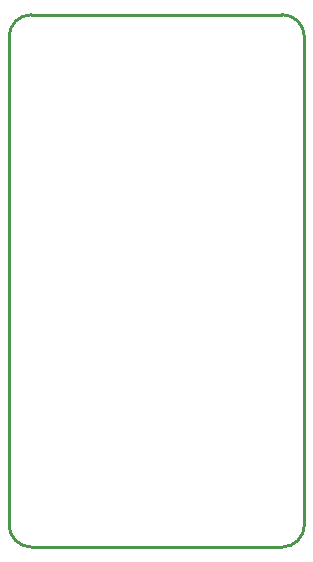
<source format=gko>
G04*
G04 #@! TF.GenerationSoftware,Altium Limited,Altium Designer,20.2.6 (244)*
G04*
G04 Layer_Color=16711935*
%FSLAX25Y25*%
%MOIN*%
G70*
G04*
G04 #@! TF.SameCoordinates,A6CCB582-D0B6-45E9-A08F-E2BB43E87EEB*
G04*
G04*
G04 #@! TF.FilePolarity,Positive*
G04*
G01*
G75*
%ADD11C,0.01000*%
D11*
X530000Y301000D02*
G03*
X537500Y293500I7500J0D01*
G01*
X621000D02*
G03*
X628500Y301000I0J7500D01*
G01*
Y463500D02*
G03*
X621000Y471000I-7500J0D01*
G01*
X537500D02*
G03*
X530000Y463500I0J-7500D01*
G01*
Y301000D02*
Y463500D01*
X537500Y293500D02*
X621000D01*
X628500Y301000D02*
Y463500D01*
X537500Y471000D02*
X621000D01*
M02*

</source>
